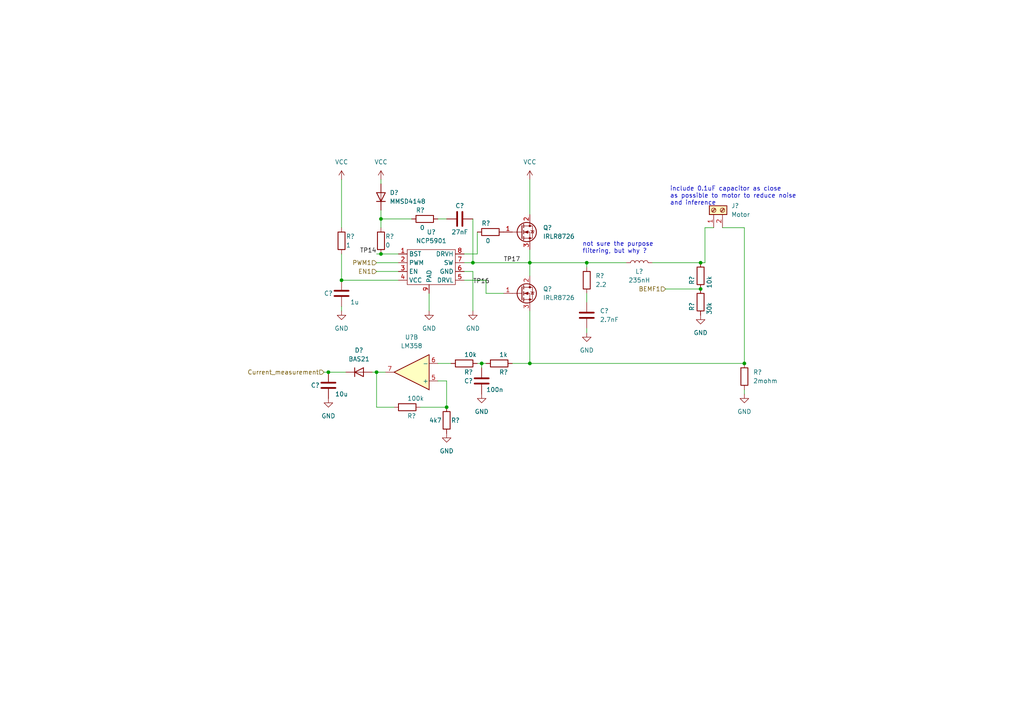
<source format=kicad_sch>
(kicad_sch (version 20211123) (generator eeschema)

  (uuid c784f77e-b1e4-4472-954a-f79e8dde56f4)

  (paper "A4")

  (lib_symbols
    (symbol "Amplifier_Operational:LM358" (pin_names (offset 0.127)) (in_bom yes) (on_board yes)
      (property "Reference" "U" (id 0) (at 0 5.08 0)
        (effects (font (size 1.27 1.27)) (justify left))
      )
      (property "Value" "LM358" (id 1) (at 0 -5.08 0)
        (effects (font (size 1.27 1.27)) (justify left))
      )
      (property "Footprint" "" (id 2) (at 0 0 0)
        (effects (font (size 1.27 1.27)) hide)
      )
      (property "Datasheet" "http://www.ti.com/lit/ds/symlink/lm2904-n.pdf" (id 3) (at 0 0 0)
        (effects (font (size 1.27 1.27)) hide)
      )
      (property "ki_locked" "" (id 4) (at 0 0 0)
        (effects (font (size 1.27 1.27)))
      )
      (property "ki_keywords" "dual opamp" (id 5) (at 0 0 0)
        (effects (font (size 1.27 1.27)) hide)
      )
      (property "ki_description" "Low-Power, Dual Operational Amplifiers, DIP-8/SOIC-8/TO-99-8" (id 6) (at 0 0 0)
        (effects (font (size 1.27 1.27)) hide)
      )
      (property "ki_fp_filters" "SOIC*3.9x4.9mm*P1.27mm* DIP*W7.62mm* TO*99* OnSemi*Micro8* TSSOP*3x3mm*P0.65mm* TSSOP*4.4x3mm*P0.65mm* MSOP*3x3mm*P0.65mm* SSOP*3.9x4.9mm*P0.635mm* LFCSP*2x2mm*P0.5mm* *SIP* SOIC*5.3x6.2mm*P1.27mm*" (id 7) (at 0 0 0)
        (effects (font (size 1.27 1.27)) hide)
      )
      (symbol "LM358_1_1"
        (polyline
          (pts
            (xy -5.08 5.08)
            (xy 5.08 0)
            (xy -5.08 -5.08)
            (xy -5.08 5.08)
          )
          (stroke (width 0.254) (type default) (color 0 0 0 0))
          (fill (type background))
        )
        (pin output line (at 7.62 0 180) (length 2.54)
          (name "~" (effects (font (size 1.27 1.27))))
          (number "1" (effects (font (size 1.27 1.27))))
        )
        (pin input line (at -7.62 -2.54 0) (length 2.54)
          (name "-" (effects (font (size 1.27 1.27))))
          (number "2" (effects (font (size 1.27 1.27))))
        )
        (pin input line (at -7.62 2.54 0) (length 2.54)
          (name "+" (effects (font (size 1.27 1.27))))
          (number "3" (effects (font (size 1.27 1.27))))
        )
      )
      (symbol "LM358_2_1"
        (polyline
          (pts
            (xy -5.08 5.08)
            (xy 5.08 0)
            (xy -5.08 -5.08)
            (xy -5.08 5.08)
          )
          (stroke (width 0.254) (type default) (color 0 0 0 0))
          (fill (type background))
        )
        (pin input line (at -7.62 2.54 0) (length 2.54)
          (name "+" (effects (font (size 1.27 1.27))))
          (number "5" (effects (font (size 1.27 1.27))))
        )
        (pin input line (at -7.62 -2.54 0) (length 2.54)
          (name "-" (effects (font (size 1.27 1.27))))
          (number "6" (effects (font (size 1.27 1.27))))
        )
        (pin output line (at 7.62 0 180) (length 2.54)
          (name "~" (effects (font (size 1.27 1.27))))
          (number "7" (effects (font (size 1.27 1.27))))
        )
      )
      (symbol "LM358_3_1"
        (pin power_in line (at -2.54 -7.62 90) (length 3.81)
          (name "V-" (effects (font (size 1.27 1.27))))
          (number "4" (effects (font (size 1.27 1.27))))
        )
        (pin power_in line (at -2.54 7.62 270) (length 3.81)
          (name "V+" (effects (font (size 1.27 1.27))))
          (number "8" (effects (font (size 1.27 1.27))))
        )
      )
    )
    (symbol "Connector:Screw_Terminal_01x02" (pin_names (offset 1.016) hide) (in_bom yes) (on_board yes)
      (property "Reference" "J" (id 0) (at 0 2.54 0)
        (effects (font (size 1.27 1.27)))
      )
      (property "Value" "Screw_Terminal_01x02" (id 1) (at 0 -5.08 0)
        (effects (font (size 1.27 1.27)))
      )
      (property "Footprint" "" (id 2) (at 0 0 0)
        (effects (font (size 1.27 1.27)) hide)
      )
      (property "Datasheet" "~" (id 3) (at 0 0 0)
        (effects (font (size 1.27 1.27)) hide)
      )
      (property "ki_keywords" "screw terminal" (id 4) (at 0 0 0)
        (effects (font (size 1.27 1.27)) hide)
      )
      (property "ki_description" "Generic screw terminal, single row, 01x02, script generated (kicad-library-utils/schlib/autogen/connector/)" (id 5) (at 0 0 0)
        (effects (font (size 1.27 1.27)) hide)
      )
      (property "ki_fp_filters" "TerminalBlock*:*" (id 6) (at 0 0 0)
        (effects (font (size 1.27 1.27)) hide)
      )
      (symbol "Screw_Terminal_01x02_1_1"
        (rectangle (start -1.27 1.27) (end 1.27 -3.81)
          (stroke (width 0.254) (type default) (color 0 0 0 0))
          (fill (type background))
        )
        (circle (center 0 -2.54) (radius 0.635)
          (stroke (width 0.1524) (type default) (color 0 0 0 0))
          (fill (type none))
        )
        (polyline
          (pts
            (xy -0.5334 -2.2098)
            (xy 0.3302 -3.048)
          )
          (stroke (width 0.1524) (type default) (color 0 0 0 0))
          (fill (type none))
        )
        (polyline
          (pts
            (xy -0.5334 0.3302)
            (xy 0.3302 -0.508)
          )
          (stroke (width 0.1524) (type default) (color 0 0 0 0))
          (fill (type none))
        )
        (polyline
          (pts
            (xy -0.3556 -2.032)
            (xy 0.508 -2.8702)
          )
          (stroke (width 0.1524) (type default) (color 0 0 0 0))
          (fill (type none))
        )
        (polyline
          (pts
            (xy -0.3556 0.508)
            (xy 0.508 -0.3302)
          )
          (stroke (width 0.1524) (type default) (color 0 0 0 0))
          (fill (type none))
        )
        (circle (center 0 0) (radius 0.635)
          (stroke (width 0.1524) (type default) (color 0 0 0 0))
          (fill (type none))
        )
        (pin passive line (at -5.08 0 0) (length 3.81)
          (name "Pin_1" (effects (font (size 1.27 1.27))))
          (number "1" (effects (font (size 1.27 1.27))))
        )
        (pin passive line (at -5.08 -2.54 0) (length 3.81)
          (name "Pin_2" (effects (font (size 1.27 1.27))))
          (number "2" (effects (font (size 1.27 1.27))))
        )
      )
    )
    (symbol "Device:C" (pin_numbers hide) (pin_names (offset 0.254)) (in_bom yes) (on_board yes)
      (property "Reference" "C" (id 0) (at 0.635 2.54 0)
        (effects (font (size 1.27 1.27)) (justify left))
      )
      (property "Value" "C" (id 1) (at 0.635 -2.54 0)
        (effects (font (size 1.27 1.27)) (justify left))
      )
      (property "Footprint" "" (id 2) (at 0.9652 -3.81 0)
        (effects (font (size 1.27 1.27)) hide)
      )
      (property "Datasheet" "~" (id 3) (at 0 0 0)
        (effects (font (size 1.27 1.27)) hide)
      )
      (property "ki_keywords" "cap capacitor" (id 4) (at 0 0 0)
        (effects (font (size 1.27 1.27)) hide)
      )
      (property "ki_description" "Unpolarized capacitor" (id 5) (at 0 0 0)
        (effects (font (size 1.27 1.27)) hide)
      )
      (property "ki_fp_filters" "C_*" (id 6) (at 0 0 0)
        (effects (font (size 1.27 1.27)) hide)
      )
      (symbol "C_0_1"
        (polyline
          (pts
            (xy -2.032 -0.762)
            (xy 2.032 -0.762)
          )
          (stroke (width 0.508) (type default) (color 0 0 0 0))
          (fill (type none))
        )
        (polyline
          (pts
            (xy -2.032 0.762)
            (xy 2.032 0.762)
          )
          (stroke (width 0.508) (type default) (color 0 0 0 0))
          (fill (type none))
        )
      )
      (symbol "C_1_1"
        (pin passive line (at 0 3.81 270) (length 2.794)
          (name "~" (effects (font (size 1.27 1.27))))
          (number "1" (effects (font (size 1.27 1.27))))
        )
        (pin passive line (at 0 -3.81 90) (length 2.794)
          (name "~" (effects (font (size 1.27 1.27))))
          (number "2" (effects (font (size 1.27 1.27))))
        )
      )
    )
    (symbol "Device:L" (pin_numbers hide) (pin_names (offset 1.016) hide) (in_bom yes) (on_board yes)
      (property "Reference" "L" (id 0) (at -1.27 0 90)
        (effects (font (size 1.27 1.27)))
      )
      (property "Value" "L" (id 1) (at 1.905 0 90)
        (effects (font (size 1.27 1.27)))
      )
      (property "Footprint" "" (id 2) (at 0 0 0)
        (effects (font (size 1.27 1.27)) hide)
      )
      (property "Datasheet" "~" (id 3) (at 0 0 0)
        (effects (font (size 1.27 1.27)) hide)
      )
      (property "ki_keywords" "inductor choke coil reactor magnetic" (id 4) (at 0 0 0)
        (effects (font (size 1.27 1.27)) hide)
      )
      (property "ki_description" "Inductor" (id 5) (at 0 0 0)
        (effects (font (size 1.27 1.27)) hide)
      )
      (property "ki_fp_filters" "Choke_* *Coil* Inductor_* L_*" (id 6) (at 0 0 0)
        (effects (font (size 1.27 1.27)) hide)
      )
      (symbol "L_0_1"
        (arc (start 0 -2.54) (mid 0.635 -1.905) (end 0 -1.27)
          (stroke (width 0) (type default) (color 0 0 0 0))
          (fill (type none))
        )
        (arc (start 0 -1.27) (mid 0.635 -0.635) (end 0 0)
          (stroke (width 0) (type default) (color 0 0 0 0))
          (fill (type none))
        )
        (arc (start 0 0) (mid 0.635 0.635) (end 0 1.27)
          (stroke (width 0) (type default) (color 0 0 0 0))
          (fill (type none))
        )
        (arc (start 0 1.27) (mid 0.635 1.905) (end 0 2.54)
          (stroke (width 0) (type default) (color 0 0 0 0))
          (fill (type none))
        )
      )
      (symbol "L_1_1"
        (pin passive line (at 0 3.81 270) (length 1.27)
          (name "1" (effects (font (size 1.27 1.27))))
          (number "1" (effects (font (size 1.27 1.27))))
        )
        (pin passive line (at 0 -3.81 90) (length 1.27)
          (name "2" (effects (font (size 1.27 1.27))))
          (number "2" (effects (font (size 1.27 1.27))))
        )
      )
    )
    (symbol "Device:Q_NMOS_GDS" (pin_names (offset 0) hide) (in_bom yes) (on_board yes)
      (property "Reference" "Q" (id 0) (at 5.08 1.27 0)
        (effects (font (size 1.27 1.27)) (justify left))
      )
      (property "Value" "Q_NMOS_GDS" (id 1) (at 5.08 -1.27 0)
        (effects (font (size 1.27 1.27)) (justify left))
      )
      (property "Footprint" "" (id 2) (at 5.08 2.54 0)
        (effects (font (size 1.27 1.27)) hide)
      )
      (property "Datasheet" "~" (id 3) (at 0 0 0)
        (effects (font (size 1.27 1.27)) hide)
      )
      (property "ki_keywords" "transistor NMOS N-MOS N-MOSFET" (id 4) (at 0 0 0)
        (effects (font (size 1.27 1.27)) hide)
      )
      (property "ki_description" "N-MOSFET transistor, gate/drain/source" (id 5) (at 0 0 0)
        (effects (font (size 1.27 1.27)) hide)
      )
      (symbol "Q_NMOS_GDS_0_1"
        (polyline
          (pts
            (xy 0.254 0)
            (xy -2.54 0)
          )
          (stroke (width 0) (type default) (color 0 0 0 0))
          (fill (type none))
        )
        (polyline
          (pts
            (xy 0.254 1.905)
            (xy 0.254 -1.905)
          )
          (stroke (width 0.254) (type default) (color 0 0 0 0))
          (fill (type none))
        )
        (polyline
          (pts
            (xy 0.762 -1.27)
            (xy 0.762 -2.286)
          )
          (stroke (width 0.254) (type default) (color 0 0 0 0))
          (fill (type none))
        )
        (polyline
          (pts
            (xy 0.762 0.508)
            (xy 0.762 -0.508)
          )
          (stroke (width 0.254) (type default) (color 0 0 0 0))
          (fill (type none))
        )
        (polyline
          (pts
            (xy 0.762 2.286)
            (xy 0.762 1.27)
          )
          (stroke (width 0.254) (type default) (color 0 0 0 0))
          (fill (type none))
        )
        (polyline
          (pts
            (xy 2.54 2.54)
            (xy 2.54 1.778)
          )
          (stroke (width 0) (type default) (color 0 0 0 0))
          (fill (type none))
        )
        (polyline
          (pts
            (xy 2.54 -2.54)
            (xy 2.54 0)
            (xy 0.762 0)
          )
          (stroke (width 0) (type default) (color 0 0 0 0))
          (fill (type none))
        )
        (polyline
          (pts
            (xy 0.762 -1.778)
            (xy 3.302 -1.778)
            (xy 3.302 1.778)
            (xy 0.762 1.778)
          )
          (stroke (width 0) (type default) (color 0 0 0 0))
          (fill (type none))
        )
        (polyline
          (pts
            (xy 1.016 0)
            (xy 2.032 0.381)
            (xy 2.032 -0.381)
            (xy 1.016 0)
          )
          (stroke (width 0) (type default) (color 0 0 0 0))
          (fill (type outline))
        )
        (polyline
          (pts
            (xy 2.794 0.508)
            (xy 2.921 0.381)
            (xy 3.683 0.381)
            (xy 3.81 0.254)
          )
          (stroke (width 0) (type default) (color 0 0 0 0))
          (fill (type none))
        )
        (polyline
          (pts
            (xy 3.302 0.381)
            (xy 2.921 -0.254)
            (xy 3.683 -0.254)
            (xy 3.302 0.381)
          )
          (stroke (width 0) (type default) (color 0 0 0 0))
          (fill (type none))
        )
        (circle (center 1.651 0) (radius 2.794)
          (stroke (width 0.254) (type default) (color 0 0 0 0))
          (fill (type none))
        )
        (circle (center 2.54 -1.778) (radius 0.254)
          (stroke (width 0) (type default) (color 0 0 0 0))
          (fill (type outline))
        )
        (circle (center 2.54 1.778) (radius 0.254)
          (stroke (width 0) (type default) (color 0 0 0 0))
          (fill (type outline))
        )
      )
      (symbol "Q_NMOS_GDS_1_1"
        (pin input line (at -5.08 0 0) (length 2.54)
          (name "G" (effects (font (size 1.27 1.27))))
          (number "1" (effects (font (size 1.27 1.27))))
        )
        (pin passive line (at 2.54 5.08 270) (length 2.54)
          (name "D" (effects (font (size 1.27 1.27))))
          (number "2" (effects (font (size 1.27 1.27))))
        )
        (pin passive line (at 2.54 -5.08 90) (length 2.54)
          (name "S" (effects (font (size 1.27 1.27))))
          (number "3" (effects (font (size 1.27 1.27))))
        )
      )
    )
    (symbol "Device:R" (pin_numbers hide) (pin_names (offset 0)) (in_bom yes) (on_board yes)
      (property "Reference" "R" (id 0) (at 2.032 0 90)
        (effects (font (size 1.27 1.27)))
      )
      (property "Value" "R" (id 1) (at 0 0 90)
        (effects (font (size 1.27 1.27)))
      )
      (property "Footprint" "" (id 2) (at -1.778 0 90)
        (effects (font (size 1.27 1.27)) hide)
      )
      (property "Datasheet" "~" (id 3) (at 0 0 0)
        (effects (font (size 1.27 1.27)) hide)
      )
      (property "ki_keywords" "R res resistor" (id 4) (at 0 0 0)
        (effects (font (size 1.27 1.27)) hide)
      )
      (property "ki_description" "Resistor" (id 5) (at 0 0 0)
        (effects (font (size 1.27 1.27)) hide)
      )
      (property "ki_fp_filters" "R_*" (id 6) (at 0 0 0)
        (effects (font (size 1.27 1.27)) hide)
      )
      (symbol "R_0_1"
        (rectangle (start -1.016 -2.54) (end 1.016 2.54)
          (stroke (width 0.254) (type default) (color 0 0 0 0))
          (fill (type none))
        )
      )
      (symbol "R_1_1"
        (pin passive line (at 0 3.81 270) (length 1.27)
          (name "~" (effects (font (size 1.27 1.27))))
          (number "1" (effects (font (size 1.27 1.27))))
        )
        (pin passive line (at 0 -3.81 90) (length 1.27)
          (name "~" (effects (font (size 1.27 1.27))))
          (number "2" (effects (font (size 1.27 1.27))))
        )
      )
    )
    (symbol "Diode:BAS21" (pin_numbers hide) (pin_names hide) (in_bom yes) (on_board yes)
      (property "Reference" "D" (id 0) (at 0 2.54 0)
        (effects (font (size 1.27 1.27)))
      )
      (property "Value" "BAS21" (id 1) (at 0 -2.54 0)
        (effects (font (size 1.27 1.27)))
      )
      (property "Footprint" "Package_TO_SOT_SMD:SOT-23" (id 2) (at 0 -4.445 0)
        (effects (font (size 1.27 1.27)) hide)
      )
      (property "Datasheet" "https://www.diodes.com/assets/Datasheets/Ds12004.pdf" (id 3) (at 0 0 0)
        (effects (font (size 1.27 1.27)) hide)
      )
      (property "ki_keywords" "diode" (id 4) (at 0 0 0)
        (effects (font (size 1.27 1.27)) hide)
      )
      (property "ki_description" "250V, 0.4A, High-speed Switching Diode, SOT-23" (id 5) (at 0 0 0)
        (effects (font (size 1.27 1.27)) hide)
      )
      (property "ki_fp_filters" "SOT?23*" (id 6) (at 0 0 0)
        (effects (font (size 1.27 1.27)) hide)
      )
      (symbol "BAS21_0_1"
        (polyline
          (pts
            (xy -1.27 1.27)
            (xy -1.27 -1.27)
          )
          (stroke (width 0.254) (type default) (color 0 0 0 0))
          (fill (type none))
        )
        (polyline
          (pts
            (xy 1.27 0)
            (xy -1.27 0)
          )
          (stroke (width 0) (type default) (color 0 0 0 0))
          (fill (type none))
        )
        (polyline
          (pts
            (xy 1.27 1.27)
            (xy 1.27 -1.27)
            (xy -1.27 0)
            (xy 1.27 1.27)
          )
          (stroke (width 0.254) (type default) (color 0 0 0 0))
          (fill (type none))
        )
      )
      (symbol "BAS21_1_1"
        (pin passive line (at 3.81 0 180) (length 2.54)
          (name "A" (effects (font (size 1.27 1.27))))
          (number "1" (effects (font (size 1.27 1.27))))
        )
        (pin no_connect line (at -1.27 0 0) (length 2.54) hide
          (name "NC" (effects (font (size 1.27 1.27))))
          (number "2" (effects (font (size 1.27 1.27))))
        )
        (pin passive line (at -3.81 0 0) (length 2.54)
          (name "K" (effects (font (size 1.27 1.27))))
          (number "3" (effects (font (size 1.27 1.27))))
        )
      )
    )
    (symbol "Diode:MMSD4148" (pin_numbers hide) (pin_names (offset 1.016) hide) (in_bom yes) (on_board yes)
      (property "Reference" "D" (id 0) (at 0 2.54 0)
        (effects (font (size 1.27 1.27)))
      )
      (property "Value" "MMSD4148" (id 1) (at 0 -2.54 0)
        (effects (font (size 1.27 1.27)))
      )
      (property "Footprint" "Diode_SMD:D_SOD-123" (id 2) (at 0 -4.445 0)
        (effects (font (size 1.27 1.27)) hide)
      )
      (property "Datasheet" "https://www.onsemi.com/pub/Collateral/MMSD4148T1-D.PDF" (id 3) (at 0 0 0)
        (effects (font (size 1.27 1.27)) hide)
      )
      (property "ki_keywords" "diode" (id 4) (at 0 0 0)
        (effects (font (size 1.27 1.27)) hide)
      )
      (property "ki_description" "100V 200mA Switching Diode, SOD-123" (id 5) (at 0 0 0)
        (effects (font (size 1.27 1.27)) hide)
      )
      (property "ki_fp_filters" "D*SOD?123*" (id 6) (at 0 0 0)
        (effects (font (size 1.27 1.27)) hide)
      )
      (symbol "MMSD4148_0_1"
        (polyline
          (pts
            (xy -1.27 1.27)
            (xy -1.27 -1.27)
          )
          (stroke (width 0.254) (type default) (color 0 0 0 0))
          (fill (type none))
        )
        (polyline
          (pts
            (xy 1.27 0)
            (xy -1.27 0)
          )
          (stroke (width 0) (type default) (color 0 0 0 0))
          (fill (type none))
        )
        (polyline
          (pts
            (xy 1.27 1.27)
            (xy 1.27 -1.27)
            (xy -1.27 0)
            (xy 1.27 1.27)
          )
          (stroke (width 0.254) (type default) (color 0 0 0 0))
          (fill (type none))
        )
      )
      (symbol "MMSD4148_1_1"
        (pin passive line (at -3.81 0 0) (length 2.54)
          (name "K" (effects (font (size 1.27 1.27))))
          (number "1" (effects (font (size 1.27 1.27))))
        )
        (pin passive line (at 3.81 0 180) (length 2.54)
          (name "A" (effects (font (size 1.27 1.27))))
          (number "2" (effects (font (size 1.27 1.27))))
        )
      )
    )
    (symbol "NCP5901_1" (in_bom yes) (on_board yes)
      (property "Reference" "U?" (id 0) (at 0 2.54 0)
        (effects (font (size 1.27 1.27)))
      )
      (property "Value" "NCP5901_1" (id 1) (at 1.27 5.08 0)
        (effects (font (size 1.27 1.27)))
      )
      (property "Footprint" "" (id 2) (at -1.27 10.16 0)
        (effects (font (size 1.27 1.27)) hide)
      )
      (property "Datasheet" "" (id 3) (at -1.27 10.16 0)
        (effects (font (size 1.27 1.27)) hide)
      )
      (symbol "NCP5901_1_0_1"
        (rectangle (start -6.35 3.81) (end 7.62 -6.35)
          (stroke (width 0) (type default) (color 0 0 0 0))
          (fill (type none))
        )
      )
      (symbol "NCP5901_1_1_1"
        (pin input line (at -8.89 2.54 0) (length 2.54)
          (name "BST" (effects (font (size 1.27 1.27))))
          (number "1" (effects (font (size 1.27 1.27))))
        )
        (pin input line (at -8.89 0 0) (length 2.54)
          (name "PWM" (effects (font (size 1.27 1.27))))
          (number "2" (effects (font (size 1.27 1.27))))
        )
        (pin input line (at -8.89 -2.54 0) (length 2.54)
          (name "EN" (effects (font (size 1.27 1.27))))
          (number "3" (effects (font (size 1.27 1.27))))
        )
        (pin input line (at -8.89 -5.08 0) (length 2.54)
          (name "VCC" (effects (font (size 1.27 1.27))))
          (number "4" (effects (font (size 1.27 1.27))))
        )
        (pin input line (at 10.16 -5.08 180) (length 2.54)
          (name "DRVL" (effects (font (size 1.27 1.27))))
          (number "5" (effects (font (size 1.27 1.27))))
        )
        (pin input line (at 10.16 -2.54 180) (length 2.54)
          (name "GND" (effects (font (size 1.27 1.27))))
          (number "6" (effects (font (size 1.27 1.27))))
        )
        (pin input line (at 10.16 0 180) (length 2.54)
          (name "SW" (effects (font (size 1.27 1.27))))
          (number "7" (effects (font (size 1.27 1.27))))
        )
        (pin input line (at 10.16 2.54 180) (length 2.54)
          (name "DRVH" (effects (font (size 1.27 1.27))))
          (number "8" (effects (font (size 1.27 1.27))))
        )
        (pin input line (at 0 -8.89 90) (length 2.54)
          (name "PAD" (effects (font (size 1.27 1.27))))
          (number "9" (effects (font (size 1.27 1.27))))
        )
      )
    )
    (symbol "power:GND" (power) (pin_names (offset 0)) (in_bom yes) (on_board yes)
      (property "Reference" "#PWR" (id 0) (at 0 -6.35 0)
        (effects (font (size 1.27 1.27)) hide)
      )
      (property "Value" "GND" (id 1) (at 0 -3.81 0)
        (effects (font (size 1.27 1.27)))
      )
      (property "Footprint" "" (id 2) (at 0 0 0)
        (effects (font (size 1.27 1.27)) hide)
      )
      (property "Datasheet" "" (id 3) (at 0 0 0)
        (effects (font (size 1.27 1.27)) hide)
      )
      (property "ki_keywords" "power-flag" (id 4) (at 0 0 0)
        (effects (font (size 1.27 1.27)) hide)
      )
      (property "ki_description" "Power symbol creates a global label with name \"GND\" , ground" (id 5) (at 0 0 0)
        (effects (font (size 1.27 1.27)) hide)
      )
      (symbol "GND_0_1"
        (polyline
          (pts
            (xy 0 0)
            (xy 0 -1.27)
            (xy 1.27 -1.27)
            (xy 0 -2.54)
            (xy -1.27 -1.27)
            (xy 0 -1.27)
          )
          (stroke (width 0) (type default) (color 0 0 0 0))
          (fill (type none))
        )
      )
      (symbol "GND_1_1"
        (pin power_in line (at 0 0 270) (length 0) hide
          (name "GND" (effects (font (size 1.27 1.27))))
          (number "1" (effects (font (size 1.27 1.27))))
        )
      )
    )
    (symbol "power:VCC" (power) (pin_names (offset 0)) (in_bom yes) (on_board yes)
      (property "Reference" "#PWR" (id 0) (at 0 -3.81 0)
        (effects (font (size 1.27 1.27)) hide)
      )
      (property "Value" "VCC" (id 1) (at 0 3.81 0)
        (effects (font (size 1.27 1.27)))
      )
      (property "Footprint" "" (id 2) (at 0 0 0)
        (effects (font (size 1.27 1.27)) hide)
      )
      (property "Datasheet" "" (id 3) (at 0 0 0)
        (effects (font (size 1.27 1.27)) hide)
      )
      (property "ki_keywords" "power-flag" (id 4) (at 0 0 0)
        (effects (font (size 1.27 1.27)) hide)
      )
      (property "ki_description" "Power symbol creates a global label with name \"VCC\"" (id 5) (at 0 0 0)
        (effects (font (size 1.27 1.27)) hide)
      )
      (symbol "VCC_0_1"
        (polyline
          (pts
            (xy -0.762 1.27)
            (xy 0 2.54)
          )
          (stroke (width 0) (type default) (color 0 0 0 0))
          (fill (type none))
        )
        (polyline
          (pts
            (xy 0 0)
            (xy 0 2.54)
          )
          (stroke (width 0) (type default) (color 0 0 0 0))
          (fill (type none))
        )
        (polyline
          (pts
            (xy 0 2.54)
            (xy 0.762 1.27)
          )
          (stroke (width 0) (type default) (color 0 0 0 0))
          (fill (type none))
        )
      )
      (symbol "VCC_1_1"
        (pin power_in line (at 0 0 90) (length 0) hide
          (name "VCC" (effects (font (size 1.27 1.27))))
          (number "1" (effects (font (size 1.27 1.27))))
        )
      )
    )
  )

  (junction (at 203.2 76.2) (diameter 0) (color 0 0 0 0)
    (uuid 0fa0d0a4-86b1-416e-b3fc-2fc6cb787c3e)
  )
  (junction (at 129.54 118.11) (diameter 0) (color 0 0 0 0)
    (uuid 25617268-f313-4721-a3c1-a5b69b6b671e)
  )
  (junction (at 95.25 107.95) (diameter 0) (color 0 0 0 0)
    (uuid 4577fbb7-2fe5-485b-bfe3-0467b24ac0b4)
  )
  (junction (at 203.2 83.82) (diameter 0) (color 0 0 0 0)
    (uuid 4725d82f-99a6-4134-825b-e9b4503df85d)
  )
  (junction (at 110.49 63.5) (diameter 0) (color 0 0 0 0)
    (uuid 580ae20d-e10f-412d-99f6-bda609bf48db)
  )
  (junction (at 153.67 105.41) (diameter 0) (color 0 0 0 0)
    (uuid 5dd6ae75-3a51-44f1-9c29-f63e77f89efc)
  )
  (junction (at 99.06 81.28) (diameter 0) (color 0 0 0 0)
    (uuid 6f156953-f5d1-48b9-9ad3-086e45df9bdd)
  )
  (junction (at 153.67 76.2) (diameter 0) (color 0 0 0 0)
    (uuid 6f9068f5-e065-4cc3-9235-26d6909614ec)
  )
  (junction (at 215.9 105.41) (diameter 0) (color 0 0 0 0)
    (uuid 8d0d243d-0ae0-4934-b566-111563595cdc)
  )
  (junction (at 170.18 76.2) (diameter 0) (color 0 0 0 0)
    (uuid b4a907f6-521a-4c92-b4b8-0221b039a0ae)
  )
  (junction (at 110.49 73.66) (diameter 0) (color 0 0 0 0)
    (uuid bd706183-4273-459c-9c3a-6f2f2d6e247f)
  )
  (junction (at 137.16 76.2) (diameter 0) (color 0 0 0 0)
    (uuid d4df013e-950e-4e5b-b7a1-886dfb4b9586)
  )
  (junction (at 109.22 107.95) (diameter 0) (color 0 0 0 0)
    (uuid e63f4856-db36-46c6-9c02-2a6c34cdff98)
  )
  (junction (at 139.7 105.41) (diameter 0) (color 0 0 0 0)
    (uuid e694be70-e5e2-4a7e-8470-17138985e06b)
  )

  (wire (pts (xy 204.47 66.04) (xy 207.01 66.04))
    (stroke (width 0) (type default) (color 0 0 0 0))
    (uuid 00d3b09d-28e4-4bf8-bc27-1dc44e22e92b)
  )
  (wire (pts (xy 170.18 76.2) (xy 170.18 77.47))
    (stroke (width 0) (type default) (color 0 0 0 0))
    (uuid 0494c5f4-9840-46c0-85bc-e813b73e8a26)
  )
  (wire (pts (xy 109.22 118.11) (xy 109.22 107.95))
    (stroke (width 0) (type default) (color 0 0 0 0))
    (uuid 085e602d-6c77-4031-8475-debdc753b28f)
  )
  (wire (pts (xy 109.22 73.66) (xy 110.49 73.66))
    (stroke (width 0) (type default) (color 0 0 0 0))
    (uuid 0bfee11c-3985-490b-bd95-c7afbbde8f13)
  )
  (wire (pts (xy 170.18 95.25) (xy 170.18 96.52))
    (stroke (width 0) (type default) (color 0 0 0 0))
    (uuid 0decf294-4459-4266-ba34-3d3f08791aa0)
  )
  (wire (pts (xy 140.97 105.41) (xy 139.7 105.41))
    (stroke (width 0) (type default) (color 0 0 0 0))
    (uuid 108697a7-357d-430c-ad06-44b5758666c0)
  )
  (wire (pts (xy 127 110.49) (xy 129.54 110.49))
    (stroke (width 0) (type default) (color 0 0 0 0))
    (uuid 22c71171-8c8a-44b4-9b00-dd05ac5748be)
  )
  (wire (pts (xy 193.04 83.82) (xy 203.2 83.82))
    (stroke (width 0) (type default) (color 0 0 0 0))
    (uuid 263c1329-da83-44b4-93b7-41446584edee)
  )
  (wire (pts (xy 153.67 52.07) (xy 153.67 62.23))
    (stroke (width 0) (type default) (color 0 0 0 0))
    (uuid 2d78ed97-8918-42be-a0d1-1c867f8219bc)
  )
  (wire (pts (xy 134.62 76.2) (xy 137.16 76.2))
    (stroke (width 0) (type default) (color 0 0 0 0))
    (uuid 31d826ad-bfd9-422b-ae7e-c64dcc633eae)
  )
  (wire (pts (xy 140.97 85.09) (xy 146.05 85.09))
    (stroke (width 0) (type default) (color 0 0 0 0))
    (uuid 32c162aa-5377-4661-ae1f-a30e5691e542)
  )
  (wire (pts (xy 153.67 72.39) (xy 153.67 76.2))
    (stroke (width 0) (type default) (color 0 0 0 0))
    (uuid 32c65e0a-7614-4de3-b491-e8dbddee8732)
  )
  (wire (pts (xy 121.92 118.11) (xy 129.54 118.11))
    (stroke (width 0) (type default) (color 0 0 0 0))
    (uuid 35e83459-529e-4b08-a6b7-d5bd935365a1)
  )
  (wire (pts (xy 134.62 78.74) (xy 137.16 78.74))
    (stroke (width 0) (type default) (color 0 0 0 0))
    (uuid 37973841-ec57-42e6-979a-d285bdcfd28e)
  )
  (wire (pts (xy 153.67 76.2) (xy 153.67 80.01))
    (stroke (width 0) (type default) (color 0 0 0 0))
    (uuid 414d551e-021c-4aec-a956-75844b8c32af)
  )
  (wire (pts (xy 139.7 105.41) (xy 139.7 106.68))
    (stroke (width 0) (type default) (color 0 0 0 0))
    (uuid 43c6c107-65c2-4fec-88ca-7e9c481cd3d7)
  )
  (wire (pts (xy 209.55 66.04) (xy 215.9 66.04))
    (stroke (width 0) (type default) (color 0 0 0 0))
    (uuid 448207b6-2990-4e70-ba57-76c1e54a00b6)
  )
  (wire (pts (xy 110.49 60.96) (xy 110.49 63.5))
    (stroke (width 0) (type default) (color 0 0 0 0))
    (uuid 46210d0b-60da-4ea1-b621-e122b27ff592)
  )
  (wire (pts (xy 99.06 52.07) (xy 99.06 66.04))
    (stroke (width 0) (type default) (color 0 0 0 0))
    (uuid 46409962-2312-4b25-a704-e34cbd7a040a)
  )
  (wire (pts (xy 107.95 107.95) (xy 109.22 107.95))
    (stroke (width 0) (type default) (color 0 0 0 0))
    (uuid 4bff4d15-1446-4517-839c-9433d6f48458)
  )
  (wire (pts (xy 140.97 81.28) (xy 140.97 85.09))
    (stroke (width 0) (type default) (color 0 0 0 0))
    (uuid 4ed7a26c-65dd-4669-bcba-4621017c08b3)
  )
  (wire (pts (xy 119.38 63.5) (xy 110.49 63.5))
    (stroke (width 0) (type default) (color 0 0 0 0))
    (uuid 4f1bf3de-b198-498a-9cc8-111faca2125f)
  )
  (wire (pts (xy 203.2 76.2) (xy 204.47 76.2))
    (stroke (width 0) (type default) (color 0 0 0 0))
    (uuid 4f6356e9-2dae-4d7a-a58e-8a291724ec27)
  )
  (wire (pts (xy 95.25 107.95) (xy 100.33 107.95))
    (stroke (width 0) (type default) (color 0 0 0 0))
    (uuid 52e04e7e-019c-45a8-baa9-d57035b3da04)
  )
  (wire (pts (xy 115.57 78.74) (xy 109.22 78.74))
    (stroke (width 0) (type default) (color 0 0 0 0))
    (uuid 567de914-2e9c-4cf8-a8d1-82108c700dc3)
  )
  (wire (pts (xy 137.16 76.2) (xy 153.67 76.2))
    (stroke (width 0) (type default) (color 0 0 0 0))
    (uuid 5c25de37-c009-4e6c-8bcb-22751d4f13fe)
  )
  (wire (pts (xy 137.16 76.2) (xy 137.16 63.5))
    (stroke (width 0) (type default) (color 0 0 0 0))
    (uuid 5d5c95c3-0406-404c-84e9-250f6386e230)
  )
  (wire (pts (xy 134.62 81.28) (xy 140.97 81.28))
    (stroke (width 0) (type default) (color 0 0 0 0))
    (uuid 674ddb55-01b0-48e1-b3c2-b831cc7e554c)
  )
  (wire (pts (xy 215.9 66.04) (xy 215.9 105.41))
    (stroke (width 0) (type default) (color 0 0 0 0))
    (uuid 6d57bb8c-b133-4edc-b84f-253b51d7837f)
  )
  (wire (pts (xy 204.47 66.04) (xy 204.47 76.2))
    (stroke (width 0) (type default) (color 0 0 0 0))
    (uuid 8053bbb5-7766-4d9f-952e-4613df8cd5df)
  )
  (wire (pts (xy 189.23 76.2) (xy 203.2 76.2))
    (stroke (width 0) (type default) (color 0 0 0 0))
    (uuid 86bfa9c0-bf7f-4f04-9cb9-60f8f2bc8b7f)
  )
  (wire (pts (xy 153.67 105.41) (xy 215.9 105.41))
    (stroke (width 0) (type default) (color 0 0 0 0))
    (uuid 8a07e433-dc1d-40dc-8ad4-82a7a0d42a18)
  )
  (wire (pts (xy 124.46 90.17) (xy 124.46 85.09))
    (stroke (width 0) (type default) (color 0 0 0 0))
    (uuid 9175e007-18e9-4566-9865-0dc976d8f667)
  )
  (wire (pts (xy 110.49 73.66) (xy 115.57 73.66))
    (stroke (width 0) (type default) (color 0 0 0 0))
    (uuid 92640255-9d69-448b-99d6-49e868dccccb)
  )
  (wire (pts (xy 99.06 88.9) (xy 99.06 90.17))
    (stroke (width 0) (type default) (color 0 0 0 0))
    (uuid 96fececb-b4bb-4eb9-ae26-badecf8e22b4)
  )
  (wire (pts (xy 127 63.5) (xy 129.54 63.5))
    (stroke (width 0) (type default) (color 0 0 0 0))
    (uuid 9c6d358b-be13-4bc5-b673-aeb18d3b2b79)
  )
  (wire (pts (xy 109.22 118.11) (xy 114.3 118.11))
    (stroke (width 0) (type default) (color 0 0 0 0))
    (uuid 9d22a20f-5442-410d-b498-66ce185a08f7)
  )
  (wire (pts (xy 170.18 85.09) (xy 170.18 87.63))
    (stroke (width 0) (type default) (color 0 0 0 0))
    (uuid a72a27dd-8077-4712-8ff4-29994bd89819)
  )
  (wire (pts (xy 137.16 78.74) (xy 137.16 90.17))
    (stroke (width 0) (type default) (color 0 0 0 0))
    (uuid b1a62668-a3d0-41fa-912f-b7091b38b44b)
  )
  (wire (pts (xy 153.67 76.2) (xy 170.18 76.2))
    (stroke (width 0) (type default) (color 0 0 0 0))
    (uuid b2253008-8e1c-4c73-af40-538d333d413d)
  )
  (wire (pts (xy 110.49 52.07) (xy 110.49 53.34))
    (stroke (width 0) (type default) (color 0 0 0 0))
    (uuid b4397867-face-4181-a339-138eb2ccaa6b)
  )
  (wire (pts (xy 129.54 110.49) (xy 129.54 118.11))
    (stroke (width 0) (type default) (color 0 0 0 0))
    (uuid b5b03915-c52b-4c1e-a652-5ccf4203f797)
  )
  (wire (pts (xy 115.57 76.2) (xy 109.22 76.2))
    (stroke (width 0) (type default) (color 0 0 0 0))
    (uuid be911442-86e7-4e17-88fa-3b333b4b5bb2)
  )
  (wire (pts (xy 181.61 76.2) (xy 170.18 76.2))
    (stroke (width 0) (type default) (color 0 0 0 0))
    (uuid ca484c77-35a3-47b6-a9ca-e62daae3126b)
  )
  (wire (pts (xy 138.43 73.66) (xy 138.43 67.31))
    (stroke (width 0) (type default) (color 0 0 0 0))
    (uuid d138a28d-7af2-421a-be49-d9670fa866be)
  )
  (wire (pts (xy 99.06 73.66) (xy 99.06 81.28))
    (stroke (width 0) (type default) (color 0 0 0 0))
    (uuid da26a73d-4b26-4939-a8cb-24cd36236e62)
  )
  (wire (pts (xy 110.49 63.5) (xy 110.49 66.04))
    (stroke (width 0) (type default) (color 0 0 0 0))
    (uuid de2fc4ce-dbe3-4b37-a2f3-f2108a23adbd)
  )
  (wire (pts (xy 153.67 90.17) (xy 153.67 105.41))
    (stroke (width 0) (type default) (color 0 0 0 0))
    (uuid df1579be-2b88-42ed-b6a2-d383fbc8db4c)
  )
  (wire (pts (xy 109.22 107.95) (xy 111.76 107.95))
    (stroke (width 0) (type default) (color 0 0 0 0))
    (uuid e9422b5d-30cd-49b6-9bc9-abc8d75ddd9e)
  )
  (wire (pts (xy 93.98 107.95) (xy 95.25 107.95))
    (stroke (width 0) (type default) (color 0 0 0 0))
    (uuid edb901e2-4c1c-4a45-8761-1f58ec871b85)
  )
  (wire (pts (xy 127 105.41) (xy 130.81 105.41))
    (stroke (width 0) (type default) (color 0 0 0 0))
    (uuid f1820c3a-2851-44e1-852e-f2c008d46bfa)
  )
  (wire (pts (xy 215.9 113.03) (xy 215.9 114.3))
    (stroke (width 0) (type default) (color 0 0 0 0))
    (uuid f3a9d0a9-314e-412c-83bf-24df04d93b87)
  )
  (wire (pts (xy 138.43 105.41) (xy 139.7 105.41))
    (stroke (width 0) (type default) (color 0 0 0 0))
    (uuid f4828f0f-ddcc-419f-b4d2-c03946ba08d0)
  )
  (wire (pts (xy 148.59 105.41) (xy 153.67 105.41))
    (stroke (width 0) (type default) (color 0 0 0 0))
    (uuid f587f4d3-f14e-4b03-b546-87b588ca2937)
  )
  (wire (pts (xy 99.06 81.28) (xy 115.57 81.28))
    (stroke (width 0) (type default) (color 0 0 0 0))
    (uuid f7c21fbf-1f4b-4fbd-82a4-21672c81635f)
  )
  (wire (pts (xy 134.62 73.66) (xy 138.43 73.66))
    (stroke (width 0) (type default) (color 0 0 0 0))
    (uuid f82d1f8c-8255-4108-a702-711e2cf9bedc)
  )

  (text "include 0.1uF capacitor as close \nas possible to motor to reduce noise\nand inference"
    (at 194.31 59.69 0)
    (effects (font (size 1.27 1.27)) (justify left bottom))
    (uuid 7b5bec48-3161-439a-9028-5cf059aad95b)
  )
  (text "not sure the purpose\nflitering, but why ?" (at 168.91 73.66 0)
    (effects (font (size 1.27 1.27)) (justify left bottom))
    (uuid cc9ac70f-3fa4-4734-8029-717b5fb1c6d4)
  )

  (label "TP16" (at 137.16 82.55 0)
    (effects (font (size 1.27 1.27)) (justify left bottom))
    (uuid 44be788c-cfe6-48ad-8b75-f92413e7489f)
  )
  (label "TP17" (at 146.05 76.2 0)
    (effects (font (size 1.27 1.27)) (justify left bottom))
    (uuid 6a5d3955-c3d0-4a31-a9b4-f525905f9325)
  )
  (label "TP14" (at 109.22 73.66 180)
    (effects (font (size 1.27 1.27)) (justify right bottom))
    (uuid 8df4560e-7b54-4141-89c0-c37f8f1b610c)
  )

  (hierarchical_label "BEMF1" (shape input) (at 193.04 83.82 180)
    (effects (font (size 1.27 1.27)) (justify right))
    (uuid 691d758a-63a7-48da-a086-56e8816c56d7)
  )
  (hierarchical_label "Current_measurement" (shape input) (at 93.98 107.95 180)
    (effects (font (size 1.27 1.27)) (justify right))
    (uuid a9eaa228-fa71-49a7-9e29-842daf0f0218)
  )
  (hierarchical_label "PWM1" (shape input) (at 109.22 76.2 180)
    (effects (font (size 1.27 1.27)) (justify right))
    (uuid bc4825ac-460b-4213-9c37-7ea6a67ef86c)
  )
  (hierarchical_label "EN1" (shape input) (at 109.22 78.74 180)
    (effects (font (size 1.27 1.27)) (justify right))
    (uuid de0fd087-d2fc-47de-b03a-bacdf1bfa57a)
  )

  (symbol (lib_id "Device:R") (at 215.9 109.22 0) (unit 1)
    (in_bom yes) (on_board yes) (fields_autoplaced)
    (uuid 05c33adf-0725-4414-9474-fc95565c2fc8)
    (property "Reference" "R?" (id 0) (at 218.44 107.9499 0)
      (effects (font (size 1.27 1.27)) (justify left))
    )
    (property "Value" "2mohm" (id 1) (at 218.44 110.4899 0)
      (effects (font (size 1.27 1.27)) (justify left))
    )
    (property "Footprint" "Resistor_SMD:R_2512_6332Metric_Pad1.40x3.35mm_HandSolder" (id 2) (at 214.122 109.22 90)
      (effects (font (size 1.27 1.27)) hide)
    )
    (property "Datasheet" "~" (id 3) (at 215.9 109.22 0)
      (effects (font (size 1.27 1.27)) hide)
    )
    (pin "1" (uuid 2f247a54-fb9e-4f38-8101-29f2c5bfcebd))
    (pin "2" (uuid f11a3a0e-1b0f-4c29-8b27-6c0990933767))
  )

  (symbol (lib_id "Connector:Screw_Terminal_01x02") (at 207.01 60.96 90) (unit 1)
    (in_bom yes) (on_board yes) (fields_autoplaced)
    (uuid 0b474e05-7076-4b80-b52c-7f231666eda7)
    (property "Reference" "J?" (id 0) (at 212.09 59.6899 90)
      (effects (font (size 1.27 1.27)) (justify right))
    )
    (property "Value" "Motor" (id 1) (at 212.09 62.2299 90)
      (effects (font (size 1.27 1.27)) (justify right))
    )
    (property "Footprint" "TerminalBlock:TerminalBlock_bornier-2_P5.08mm" (id 2) (at 207.01 60.96 0)
      (effects (font (size 1.27 1.27)) hide)
    )
    (property "Datasheet" "~" (id 3) (at 207.01 60.96 0)
      (effects (font (size 1.27 1.27)) hide)
    )
    (pin "1" (uuid 8e924394-73e5-4bc8-a669-be13f97d2a0f))
    (pin "2" (uuid 2434846a-0bdd-4519-8b7f-28daa1f4fdef))
  )

  (symbol (lib_id "power:GND") (at 139.7 114.3 0) (unit 1)
    (in_bom yes) (on_board yes)
    (uuid 0c54f60c-01fe-4ee0-9f1b-047e94f2dfae)
    (property "Reference" "#PWR?" (id 0) (at 139.7 120.65 0)
      (effects (font (size 1.27 1.27)) hide)
    )
    (property "Value" "GND" (id 1) (at 139.7 119.38 0))
    (property "Footprint" "" (id 2) (at 139.7 114.3 0)
      (effects (font (size 1.27 1.27)) hide)
    )
    (property "Datasheet" "" (id 3) (at 139.7 114.3 0)
      (effects (font (size 1.27 1.27)) hide)
    )
    (pin "1" (uuid 0ec2765d-cfc4-4dd4-87d1-a04c43bf25b5))
  )

  (symbol (lib_id "Device:R") (at 129.54 121.92 0) (unit 1)
    (in_bom yes) (on_board yes)
    (uuid 0fc808aa-1cfb-4362-a1f5-8af3d8fd3412)
    (property "Reference" "R?" (id 0) (at 130.81 121.92 0)
      (effects (font (size 1.27 1.27)) (justify left))
    )
    (property "Value" "4k7" (id 1) (at 124.46 121.92 0)
      (effects (font (size 1.27 1.27)) (justify left))
    )
    (property "Footprint" "Resistor_SMD:R_0603_1608Metric" (id 2) (at 127.762 121.92 90)
      (effects (font (size 1.27 1.27)) hide)
    )
    (property "Datasheet" "~" (id 3) (at 129.54 121.92 0)
      (effects (font (size 1.27 1.27)) hide)
    )
    (pin "1" (uuid e00f2d3f-eb0c-41a6-8472-022a03172654))
    (pin "2" (uuid ecc4a492-40a2-4bbb-8b0b-0a71a5e4a200))
  )

  (symbol (lib_id "Device:Q_NMOS_GDS") (at 151.13 67.31 0) (unit 1)
    (in_bom yes) (on_board yes) (fields_autoplaced)
    (uuid 130548bc-075f-475d-a09c-011f368faa58)
    (property "Reference" "Q?" (id 0) (at 157.48 66.0399 0)
      (effects (font (size 1.27 1.27)) (justify left))
    )
    (property "Value" "IRLR8726" (id 1) (at 157.48 68.5799 0)
      (effects (font (size 1.27 1.27)) (justify left))
    )
    (property "Footprint" "Package_TO_SOT_SMD:TO-252-2" (id 2) (at 156.21 64.77 0)
      (effects (font (size 1.27 1.27)) hide)
    )
    (property "Datasheet" "~" (id 3) (at 151.13 67.31 0)
      (effects (font (size 1.27 1.27)) hide)
    )
    (pin "1" (uuid bb758ea9-bb7c-4239-abd2-359eba10dc31))
    (pin "2" (uuid b51ec448-0bf3-410d-8862-2a3bdec98886))
    (pin "3" (uuid dc4dab0f-f7ab-4f15-a3c1-52701b3959f1))
  )

  (symbol (lib_id "Device:R") (at 99.06 69.85 0) (unit 1)
    (in_bom yes) (on_board yes)
    (uuid 19c39e0c-fdf8-4183-9beb-8d061e19c5fd)
    (property "Reference" "R?" (id 0) (at 100.33 68.58 0)
      (effects (font (size 1.27 1.27)) (justify left))
    )
    (property "Value" "1" (id 1) (at 100.33 71.12 0)
      (effects (font (size 1.27 1.27)) (justify left))
    )
    (property "Footprint" "Resistor_SMD:R_0603_1608Metric" (id 2) (at 97.282 69.85 90)
      (effects (font (size 1.27 1.27)) hide)
    )
    (property "Datasheet" "~" (id 3) (at 99.06 69.85 0)
      (effects (font (size 1.27 1.27)) hide)
    )
    (pin "1" (uuid c7f7dc27-d048-40d6-a630-00b37cb29b3a))
    (pin "2" (uuid b35b560d-3045-4ae6-abd1-09030ac8b484))
  )

  (symbol (lib_id "Device:C") (at 133.35 63.5 90) (unit 1)
    (in_bom yes) (on_board yes)
    (uuid 1d0c2009-3544-4e73-8c8b-031378ad89c9)
    (property "Reference" "C?" (id 0) (at 133.35 59.69 90))
    (property "Value" "27nF" (id 1) (at 133.35 67.31 90))
    (property "Footprint" "Capacitor_SMD:C_0603_1608Metric_Pad1.08x0.95mm_HandSolder" (id 2) (at 137.16 62.5348 0)
      (effects (font (size 1.27 1.27)) hide)
    )
    (property "Datasheet" "~" (id 3) (at 133.35 63.5 0)
      (effects (font (size 1.27 1.27)) hide)
    )
    (pin "1" (uuid b88f717f-952c-4736-a479-6ad9a0bac556))
    (pin "2" (uuid a726d0c4-bb16-418e-9eb2-6071427dd404))
  )

  (symbol (lib_name "NCP5901_1") (lib_id "components:NCP5901") (at 124.46 76.2 0) (unit 1)
    (in_bom yes) (on_board yes) (fields_autoplaced)
    (uuid 24eb6318-139b-49b4-b033-1dba8208d1d5)
    (property "Reference" "U?" (id 0) (at 125.095 67.31 0))
    (property "Value" "NCP5901" (id 1) (at 125.095 69.85 0))
    (property "Footprint" "" (id 2) (at 123.19 66.04 0)
      (effects (font (size 1.27 1.27)) hide)
    )
    (property "Datasheet" "" (id 3) (at 123.19 66.04 0)
      (effects (font (size 1.27 1.27)) hide)
    )
    (pin "1" (uuid e1480d78-87f9-4fec-a787-c7a7a16b3230))
    (pin "2" (uuid 74c95b17-47ce-477d-851e-174ed2d86ac7))
    (pin "3" (uuid 8c3dc30c-2bf8-4ac4-9e34-5a25bed02740))
    (pin "4" (uuid 04b93922-ff08-43f4-ae0d-d2d458a39d99))
    (pin "5" (uuid c7666f17-3677-45e8-bddd-6c9745f0e79a))
    (pin "6" (uuid f17de891-90f1-470b-8422-ba9484864516))
    (pin "7" (uuid a5f870dc-05a6-482b-a067-3a8cbf7d532f))
    (pin "8" (uuid 42b1a90a-a049-4b36-b776-2752924efa6b))
    (pin "9" (uuid 59ea6ef0-32a5-4bc3-8bf0-58b8215b432b))
  )

  (symbol (lib_id "Device:C") (at 99.06 85.09 180) (unit 1)
    (in_bom yes) (on_board yes)
    (uuid 307c1a51-8fb3-4b85-9b83-a2ed321e6a7e)
    (property "Reference" "C?" (id 0) (at 95.25 85.09 0))
    (property "Value" "1u" (id 1) (at 102.87 87.63 0))
    (property "Footprint" "Capacitor_SMD:C_0603_1608Metric_Pad1.08x0.95mm_HandSolder" (id 2) (at 98.0948 81.28 0)
      (effects (font (size 1.27 1.27)) hide)
    )
    (property "Datasheet" "~" (id 3) (at 99.06 85.09 0)
      (effects (font (size 1.27 1.27)) hide)
    )
    (pin "1" (uuid 359caec6-a7a6-415a-8ff9-2b48450be11e))
    (pin "2" (uuid 1105e014-82a5-4a78-951e-99df1f8f9b63))
  )

  (symbol (lib_id "Device:Q_NMOS_GDS") (at 151.13 85.09 0) (unit 1)
    (in_bom yes) (on_board yes) (fields_autoplaced)
    (uuid 336e5e9e-9b75-4d2b-8875-b4cc71d7c8b2)
    (property "Reference" "Q?" (id 0) (at 157.48 83.8199 0)
      (effects (font (size 1.27 1.27)) (justify left))
    )
    (property "Value" "IRLR8726" (id 1) (at 157.48 86.3599 0)
      (effects (font (size 1.27 1.27)) (justify left))
    )
    (property "Footprint" "Package_TO_SOT_SMD:TO-252-2" (id 2) (at 156.21 82.55 0)
      (effects (font (size 1.27 1.27)) hide)
    )
    (property "Datasheet" "~" (id 3) (at 151.13 85.09 0)
      (effects (font (size 1.27 1.27)) hide)
    )
    (pin "1" (uuid c7b7fcb5-c6a2-44ab-82e5-753043176467))
    (pin "2" (uuid b4a1c61f-9d4e-4575-a454-a6c7f924cdbe))
    (pin "3" (uuid a3a641c3-d073-4106-aa23-24b34069abc3))
  )

  (symbol (lib_id "power:GND") (at 129.54 125.73 0) (unit 1)
    (in_bom yes) (on_board yes)
    (uuid 3941e6e9-54e1-404b-8834-750430f5ba5a)
    (property "Reference" "#PWR?" (id 0) (at 129.54 132.08 0)
      (effects (font (size 1.27 1.27)) hide)
    )
    (property "Value" "GND" (id 1) (at 129.54 130.81 0))
    (property "Footprint" "" (id 2) (at 129.54 125.73 0)
      (effects (font (size 1.27 1.27)) hide)
    )
    (property "Datasheet" "" (id 3) (at 129.54 125.73 0)
      (effects (font (size 1.27 1.27)) hide)
    )
    (pin "1" (uuid c6a01b36-88c0-452c-8f63-750002e0f98e))
  )

  (symbol (lib_id "Device:R") (at 144.78 105.41 270) (unit 1)
    (in_bom yes) (on_board yes)
    (uuid 3ee7c52f-c6ea-40d3-ad07-9ca566f1f580)
    (property "Reference" "R?" (id 0) (at 144.78 107.95 90)
      (effects (font (size 1.27 1.27)) (justify left))
    )
    (property "Value" "1k" (id 1) (at 144.78 102.87 90)
      (effects (font (size 1.27 1.27)) (justify left))
    )
    (property "Footprint" "Resistor_SMD:R_0603_1608Metric" (id 2) (at 144.78 103.632 90)
      (effects (font (size 1.27 1.27)) hide)
    )
    (property "Datasheet" "~" (id 3) (at 144.78 105.41 0)
      (effects (font (size 1.27 1.27)) hide)
    )
    (pin "1" (uuid 2228e1fd-e63d-4c85-93e5-e93bfcc05627))
    (pin "2" (uuid fda01e86-7223-44f4-86b0-35454bb2a846))
  )

  (symbol (lib_id "power:VCC") (at 110.49 52.07 0) (unit 1)
    (in_bom yes) (on_board yes) (fields_autoplaced)
    (uuid 4b158008-1ce2-4083-96ff-c2dd059f6310)
    (property "Reference" "#PWR?" (id 0) (at 110.49 55.88 0)
      (effects (font (size 1.27 1.27)) hide)
    )
    (property "Value" "VCC" (id 1) (at 110.49 46.99 0))
    (property "Footprint" "" (id 2) (at 110.49 52.07 0)
      (effects (font (size 1.27 1.27)) hide)
    )
    (property "Datasheet" "" (id 3) (at 110.49 52.07 0)
      (effects (font (size 1.27 1.27)) hide)
    )
    (pin "1" (uuid b5e83f6c-8718-44d1-991f-fa9ab2f8649a))
  )

  (symbol (lib_id "Diode:MMSD4148") (at 110.49 57.15 90) (unit 1)
    (in_bom yes) (on_board yes) (fields_autoplaced)
    (uuid 58c18d63-797a-44cb-88d3-272276b78ada)
    (property "Reference" "D?" (id 0) (at 113.03 55.8799 90)
      (effects (font (size 1.27 1.27)) (justify right))
    )
    (property "Value" "MMSD4148" (id 1) (at 113.03 58.4199 90)
      (effects (font (size 1.27 1.27)) (justify right))
    )
    (property "Footprint" "Diode_SMD:D_SOD-123" (id 2) (at 114.935 57.15 0)
      (effects (font (size 1.27 1.27)) hide)
    )
    (property "Datasheet" "https://www.onsemi.com/pub/Collateral/MMSD4148T1-D.PDF" (id 3) (at 110.49 57.15 0)
      (effects (font (size 1.27 1.27)) hide)
    )
    (pin "1" (uuid ed0d5752-557c-417b-9e16-513dae4781a3))
    (pin "2" (uuid 576d15b2-b50b-4eb5-8d37-d3e8e6f6e437))
  )

  (symbol (lib_id "Device:L") (at 185.42 76.2 90) (unit 1)
    (in_bom yes) (on_board yes)
    (uuid 5bd0e8ef-296b-4bfc-81ea-e82d423dfd9f)
    (property "Reference" "L?" (id 0) (at 185.42 78.74 90))
    (property "Value" "235nH" (id 1) (at 185.42 81.28 90))
    (property "Footprint" "" (id 2) (at 185.42 76.2 0)
      (effects (font (size 1.27 1.27)) hide)
    )
    (property "Datasheet" "~" (id 3) (at 185.42 76.2 0)
      (effects (font (size 1.27 1.27)) hide)
    )
    (pin "1" (uuid d17ab839-9bfd-44c2-85c4-968d531603f2))
    (pin "2" (uuid 401c7201-04e0-41cd-a489-c37ae2e08ec3))
  )

  (symbol (lib_id "Amplifier_Operational:LM358") (at 119.38 107.95 180) (unit 2)
    (in_bom yes) (on_board yes) (fields_autoplaced)
    (uuid 6075b5dd-103d-4b38-8239-bda84e1589e1)
    (property "Reference" "U?" (id 0) (at 119.38 97.79 0))
    (property "Value" "LM358" (id 1) (at 119.38 100.33 0))
    (property "Footprint" "Package_SO:PowerIntegrations_SO-8" (id 2) (at 119.38 107.95 0)
      (effects (font (size 1.27 1.27)) hide)
    )
    (property "Datasheet" "http://www.ti.com/lit/ds/symlink/lm2904-n.pdf" (id 3) (at 119.38 107.95 0)
      (effects (font (size 1.27 1.27)) hide)
    )
    (pin "5" (uuid c306090e-f252-4dbf-af78-d6072dcce45f))
    (pin "6" (uuid f7a188b0-09d8-49cf-83bb-95d1e3c339f7))
    (pin "7" (uuid ada9ea56-7fa0-498a-98fd-2ac1c00cf743))
  )

  (symbol (lib_id "Device:R") (at 118.11 118.11 270) (unit 1)
    (in_bom yes) (on_board yes)
    (uuid 6357c4e0-8a33-4bc7-a433-f746fa9d08d0)
    (property "Reference" "R?" (id 0) (at 118.11 120.65 90)
      (effects (font (size 1.27 1.27)) (justify left))
    )
    (property "Value" "100k" (id 1) (at 118.11 115.57 90)
      (effects (font (size 1.27 1.27)) (justify left))
    )
    (property "Footprint" "Resistor_SMD:R_0603_1608Metric" (id 2) (at 118.11 116.332 90)
      (effects (font (size 1.27 1.27)) hide)
    )
    (property "Datasheet" "~" (id 3) (at 118.11 118.11 0)
      (effects (font (size 1.27 1.27)) hide)
    )
    (pin "1" (uuid 2b07eb5e-e333-4c3b-8424-97ff641d09c3))
    (pin "2" (uuid 51576edf-22b2-46d5-8656-a25fb90f7bdf))
  )

  (symbol (lib_id "Device:R") (at 170.18 81.28 0) (unit 1)
    (in_bom yes) (on_board yes) (fields_autoplaced)
    (uuid 65268b3e-5882-4dbd-9fc2-831933c5745c)
    (property "Reference" "R?" (id 0) (at 172.72 80.0099 0)
      (effects (font (size 1.27 1.27)) (justify left))
    )
    (property "Value" "2.2" (id 1) (at 172.72 82.5499 0)
      (effects (font (size 1.27 1.27)) (justify left))
    )
    (property "Footprint" "Resistor_SMD:R_0603_1608Metric" (id 2) (at 168.402 81.28 90)
      (effects (font (size 1.27 1.27)) hide)
    )
    (property "Datasheet" "~" (id 3) (at 170.18 81.28 0)
      (effects (font (size 1.27 1.27)) hide)
    )
    (pin "1" (uuid e29ade7c-8720-40bd-8272-f372dd44e9e5))
    (pin "2" (uuid 9466b78e-cdce-4bd2-bf36-eebae782075b))
  )

  (symbol (lib_id "power:GND") (at 170.18 96.52 0) (unit 1)
    (in_bom yes) (on_board yes)
    (uuid 65564eb0-744f-42b1-9310-6041b1ada78c)
    (property "Reference" "#PWR?" (id 0) (at 170.18 102.87 0)
      (effects (font (size 1.27 1.27)) hide)
    )
    (property "Value" "GND" (id 1) (at 170.18 101.6 0))
    (property "Footprint" "" (id 2) (at 170.18 96.52 0)
      (effects (font (size 1.27 1.27)) hide)
    )
    (property "Datasheet" "" (id 3) (at 170.18 96.52 0)
      (effects (font (size 1.27 1.27)) hide)
    )
    (pin "1" (uuid 2931a681-8235-4656-801e-8f4032216631))
  )

  (symbol (lib_id "power:VCC") (at 99.06 52.07 0) (unit 1)
    (in_bom yes) (on_board yes) (fields_autoplaced)
    (uuid 6d29951d-f594-4a2c-8aac-e18f5213738b)
    (property "Reference" "#PWR?" (id 0) (at 99.06 55.88 0)
      (effects (font (size 1.27 1.27)) hide)
    )
    (property "Value" "VCC" (id 1) (at 99.06 46.99 0))
    (property "Footprint" "" (id 2) (at 99.06 52.07 0)
      (effects (font (size 1.27 1.27)) hide)
    )
    (property "Datasheet" "" (id 3) (at 99.06 52.07 0)
      (effects (font (size 1.27 1.27)) hide)
    )
    (pin "1" (uuid de5bb97e-3265-4167-b3b3-923b51967457))
  )

  (symbol (lib_id "Device:R") (at 134.62 105.41 270) (unit 1)
    (in_bom yes) (on_board yes)
    (uuid 70d62523-ced3-4f78-8feb-76d3757ad5b2)
    (property "Reference" "R?" (id 0) (at 134.62 107.95 90)
      (effects (font (size 1.27 1.27)) (justify left))
    )
    (property "Value" "10k" (id 1) (at 134.62 102.87 90)
      (effects (font (size 1.27 1.27)) (justify left))
    )
    (property "Footprint" "Resistor_SMD:R_0603_1608Metric" (id 2) (at 134.62 103.632 90)
      (effects (font (size 1.27 1.27)) hide)
    )
    (property "Datasheet" "~" (id 3) (at 134.62 105.41 0)
      (effects (font (size 1.27 1.27)) hide)
    )
    (pin "1" (uuid 0b65edec-24f5-46a7-b593-6d09985628e0))
    (pin "2" (uuid b7ca8621-a488-465a-8f56-b93e1839b163))
  )

  (symbol (lib_id "power:GND") (at 203.2 91.44 0) (unit 1)
    (in_bom yes) (on_board yes) (fields_autoplaced)
    (uuid 742ba670-6518-46f3-9aff-dcc7c51d9888)
    (property "Reference" "#PWR?" (id 0) (at 203.2 97.79 0)
      (effects (font (size 1.27 1.27)) hide)
    )
    (property "Value" "GND" (id 1) (at 203.2 96.52 0))
    (property "Footprint" "" (id 2) (at 203.2 91.44 0)
      (effects (font (size 1.27 1.27)) hide)
    )
    (property "Datasheet" "" (id 3) (at 203.2 91.44 0)
      (effects (font (size 1.27 1.27)) hide)
    )
    (pin "1" (uuid 2c093538-79ae-46a3-8c2c-b46958329209))
  )

  (symbol (lib_id "Diode:BAS21") (at 104.14 107.95 0) (unit 1)
    (in_bom yes) (on_board yes) (fields_autoplaced)
    (uuid 7c9adffe-9e55-4493-b1ce-cb80289b512f)
    (property "Reference" "D?" (id 0) (at 104.14 101.6 0))
    (property "Value" "BAS21" (id 1) (at 104.14 104.14 0))
    (property "Footprint" "Package_TO_SOT_SMD:SOT-23" (id 2) (at 104.14 112.395 0)
      (effects (font (size 1.27 1.27)) hide)
    )
    (property "Datasheet" "https://www.diodes.com/assets/Datasheets/Ds12004.pdf" (id 3) (at 104.14 107.95 0)
      (effects (font (size 1.27 1.27)) hide)
    )
    (pin "1" (uuid 7f27335f-0f40-4cf9-b94e-10d4154593de))
    (pin "2" (uuid 67a26552-09d4-4144-9230-76cbd7b40c9c))
    (pin "3" (uuid f6df9b5f-7d93-498e-98e9-f86c3368ae71))
  )

  (symbol (lib_id "Device:R") (at 203.2 80.01 180) (unit 1)
    (in_bom yes) (on_board yes)
    (uuid 7e34531f-49e8-490e-9f4b-cf0002c267b6)
    (property "Reference" "R?" (id 0) (at 200.66 80.01 90)
      (effects (font (size 1.27 1.27)) (justify left))
    )
    (property "Value" "10k" (id 1) (at 205.74 80.01 90)
      (effects (font (size 1.27 1.27)) (justify left))
    )
    (property "Footprint" "Resistor_SMD:R_0603_1608Metric" (id 2) (at 204.978 80.01 90)
      (effects (font (size 1.27 1.27)) hide)
    )
    (property "Datasheet" "~" (id 3) (at 203.2 80.01 0)
      (effects (font (size 1.27 1.27)) hide)
    )
    (pin "1" (uuid 2e44bdc4-681c-4d01-b506-4e74f3fd8bce))
    (pin "2" (uuid b91b38fe-4776-4247-8601-8eec9e55fa04))
  )

  (symbol (lib_id "power:GND") (at 95.25 115.57 0) (unit 1)
    (in_bom yes) (on_board yes)
    (uuid 8329d53f-b1a7-4cb4-addf-987e34003abe)
    (property "Reference" "#PWR?" (id 0) (at 95.25 121.92 0)
      (effects (font (size 1.27 1.27)) hide)
    )
    (property "Value" "GND" (id 1) (at 95.25 120.65 0))
    (property "Footprint" "" (id 2) (at 95.25 115.57 0)
      (effects (font (size 1.27 1.27)) hide)
    )
    (property "Datasheet" "" (id 3) (at 95.25 115.57 0)
      (effects (font (size 1.27 1.27)) hide)
    )
    (pin "1" (uuid 1b21bd83-1654-4a64-9369-e8c6cce4daf2))
  )

  (symbol (lib_id "power:VCC") (at 153.67 52.07 0) (unit 1)
    (in_bom yes) (on_board yes) (fields_autoplaced)
    (uuid 8430421c-1a8a-4deb-944e-96d472a25986)
    (property "Reference" "#PWR?" (id 0) (at 153.67 55.88 0)
      (effects (font (size 1.27 1.27)) hide)
    )
    (property "Value" "VCC" (id 1) (at 153.67 46.99 0))
    (property "Footprint" "" (id 2) (at 153.67 52.07 0)
      (effects (font (size 1.27 1.27)) hide)
    )
    (property "Datasheet" "" (id 3) (at 153.67 52.07 0)
      (effects (font (size 1.27 1.27)) hide)
    )
    (pin "1" (uuid 51a759ca-4368-41bc-b80f-9fa904ad9105))
  )

  (symbol (lib_id "Device:R") (at 123.19 63.5 90) (unit 1)
    (in_bom yes) (on_board yes)
    (uuid 8451cdac-dd3a-4fae-8377-83830447c192)
    (property "Reference" "R?" (id 0) (at 123.19 60.96 90)
      (effects (font (size 1.27 1.27)) (justify left))
    )
    (property "Value" "0" (id 1) (at 123.19 66.04 90)
      (effects (font (size 1.27 1.27)) (justify left))
    )
    (property "Footprint" "Resistor_SMD:R_0603_1608Metric" (id 2) (at 123.19 65.278 90)
      (effects (font (size 1.27 1.27)) hide)
    )
    (property "Datasheet" "~" (id 3) (at 123.19 63.5 0)
      (effects (font (size 1.27 1.27)) hide)
    )
    (pin "1" (uuid 82d125a6-746b-4efa-9012-45e7fe83fa5d))
    (pin "2" (uuid c371da67-dd16-47a6-a44d-6ff44a452cfc))
  )

  (symbol (lib_id "Device:C") (at 139.7 110.49 180) (unit 1)
    (in_bom yes) (on_board yes)
    (uuid 8c3a442d-a2cd-4bc6-a7cd-753a6232cb3a)
    (property "Reference" "C?" (id 0) (at 135.89 110.49 0))
    (property "Value" "100n" (id 1) (at 143.51 113.03 0))
    (property "Footprint" "Capacitor_SMD:C_0603_1608Metric_Pad1.08x0.95mm_HandSolder" (id 2) (at 138.7348 106.68 0)
      (effects (font (size 1.27 1.27)) hide)
    )
    (property "Datasheet" "~" (id 3) (at 139.7 110.49 0)
      (effects (font (size 1.27 1.27)) hide)
    )
    (pin "1" (uuid f119fe9f-aea9-4d40-9e6f-9eec287433f9))
    (pin "2" (uuid 51aff4cc-24e2-460b-b9c5-5911d79b1ffc))
  )

  (symbol (lib_id "power:GND") (at 215.9 114.3 0) (unit 1)
    (in_bom yes) (on_board yes)
    (uuid 98e13ace-82f2-4037-802a-867e95886d01)
    (property "Reference" "#PWR?" (id 0) (at 215.9 120.65 0)
      (effects (font (size 1.27 1.27)) hide)
    )
    (property "Value" "GND" (id 1) (at 215.9 119.38 0))
    (property "Footprint" "" (id 2) (at 215.9 114.3 0)
      (effects (font (size 1.27 1.27)) hide)
    )
    (property "Datasheet" "" (id 3) (at 215.9 114.3 0)
      (effects (font (size 1.27 1.27)) hide)
    )
    (pin "1" (uuid 3620127f-9a53-4a06-a8fd-552f3522caef))
  )

  (symbol (lib_id "power:GND") (at 99.06 90.17 0) (unit 1)
    (in_bom yes) (on_board yes) (fields_autoplaced)
    (uuid b65464d2-0be9-492f-bdd9-aeee4c41486d)
    (property "Reference" "#PWR?" (id 0) (at 99.06 96.52 0)
      (effects (font (size 1.27 1.27)) hide)
    )
    (property "Value" "GND" (id 1) (at 99.06 95.25 0))
    (property "Footprint" "" (id 2) (at 99.06 90.17 0)
      (effects (font (size 1.27 1.27)) hide)
    )
    (property "Datasheet" "" (id 3) (at 99.06 90.17 0)
      (effects (font (size 1.27 1.27)) hide)
    )
    (pin "1" (uuid fce50298-0526-48a8-bde5-1b581332a77e))
  )

  (symbol (lib_id "power:GND") (at 137.16 90.17 0) (unit 1)
    (in_bom yes) (on_board yes)
    (uuid bc7726ff-e1fa-4e35-accc-c92c15904bf1)
    (property "Reference" "#PWR?" (id 0) (at 137.16 96.52 0)
      (effects (font (size 1.27 1.27)) hide)
    )
    (property "Value" "GND" (id 1) (at 137.16 95.25 0))
    (property "Footprint" "" (id 2) (at 137.16 90.17 0)
      (effects (font (size 1.27 1.27)) hide)
    )
    (property "Datasheet" "" (id 3) (at 137.16 90.17 0)
      (effects (font (size 1.27 1.27)) hide)
    )
    (pin "1" (uuid 00345c8e-1bf2-4fa2-ab66-bb244c7ca564))
  )

  (symbol (lib_id "Device:R") (at 110.49 69.85 0) (unit 1)
    (in_bom yes) (on_board yes)
    (uuid cd13d458-4f8f-438a-b1d5-f18a722e37ff)
    (property "Reference" "R?" (id 0) (at 111.76 68.58 0)
      (effects (font (size 1.27 1.27)) (justify left))
    )
    (property "Value" "0" (id 1) (at 111.76 71.12 0)
      (effects (font (size 1.27 1.27)) (justify left))
    )
    (property "Footprint" "Resistor_SMD:R_0603_1608Metric" (id 2) (at 108.712 69.85 90)
      (effects (font (size 1.27 1.27)) hide)
    )
    (property "Datasheet" "~" (id 3) (at 110.49 69.85 0)
      (effects (font (size 1.27 1.27)) hide)
    )
    (pin "1" (uuid d17a1571-e009-4c19-a793-20c955a66d40))
    (pin "2" (uuid 638b3a96-d54a-4e13-9adb-fa90fb542995))
  )

  (symbol (lib_id "Device:R") (at 203.2 87.63 180) (unit 1)
    (in_bom yes) (on_board yes)
    (uuid d48d5758-de85-4566-b3c2-3b4c10fdede0)
    (property "Reference" "R?" (id 0) (at 200.66 87.63 90)
      (effects (font (size 1.27 1.27)) (justify left))
    )
    (property "Value" "30k" (id 1) (at 205.74 87.63 90)
      (effects (font (size 1.27 1.27)) (justify left))
    )
    (property "Footprint" "Resistor_SMD:R_0603_1608Metric" (id 2) (at 204.978 87.63 90)
      (effects (font (size 1.27 1.27)) hide)
    )
    (property "Datasheet" "~" (id 3) (at 203.2 87.63 0)
      (effects (font (size 1.27 1.27)) hide)
    )
    (pin "1" (uuid 03b308b1-c47f-4eed-883f-9cf03f646b7b))
    (pin "2" (uuid 9e8f6564-cf95-4956-8d30-29706cf39481))
  )

  (symbol (lib_id "Device:C") (at 170.18 91.44 0) (unit 1)
    (in_bom yes) (on_board yes) (fields_autoplaced)
    (uuid d65fe0b8-e478-4995-aac9-38339b39c039)
    (property "Reference" "C?" (id 0) (at 173.99 90.1699 0)
      (effects (font (size 1.27 1.27)) (justify left))
    )
    (property "Value" "2.7nF" (id 1) (at 173.99 92.7099 0)
      (effects (font (size 1.27 1.27)) (justify left))
    )
    (property "Footprint" "Capacitor_SMD:C_0603_1608Metric_Pad1.08x0.95mm_HandSolder" (id 2) (at 171.1452 95.25 0)
      (effects (font (size 1.27 1.27)) hide)
    )
    (property "Datasheet" "~" (id 3) (at 170.18 91.44 0)
      (effects (font (size 1.27 1.27)) hide)
    )
    (pin "1" (uuid 9e16f23e-d6b7-4bec-920d-ad9d6409988c))
    (pin "2" (uuid c37ccefc-bb90-4633-810b-61ae2533490e))
  )

  (symbol (lib_id "power:GND") (at 124.46 90.17 0) (unit 1)
    (in_bom yes) (on_board yes) (fields_autoplaced)
    (uuid e3f1ef9a-7a3e-4081-8f2a-4662dbd7a539)
    (property "Reference" "#PWR?" (id 0) (at 124.46 96.52 0)
      (effects (font (size 1.27 1.27)) hide)
    )
    (property "Value" "GND" (id 1) (at 124.46 95.25 0))
    (property "Footprint" "" (id 2) (at 124.46 90.17 0)
      (effects (font (size 1.27 1.27)) hide)
    )
    (property "Datasheet" "" (id 3) (at 124.46 90.17 0)
      (effects (font (size 1.27 1.27)) hide)
    )
    (pin "1" (uuid 8311a87e-73cb-4139-ae0f-a28f26fe3c3b))
  )

  (symbol (lib_id "Device:C") (at 95.25 111.76 180) (unit 1)
    (in_bom yes) (on_board yes)
    (uuid e4a4940b-3b22-4635-bf42-2cb9f3e020dc)
    (property "Reference" "C?" (id 0) (at 91.44 111.76 0))
    (property "Value" "10u" (id 1) (at 99.06 114.3 0))
    (property "Footprint" "Capacitor_SMD:C_0603_1608Metric_Pad1.08x0.95mm_HandSolder" (id 2) (at 94.2848 107.95 0)
      (effects (font (size 1.27 1.27)) hide)
    )
    (property "Datasheet" "~" (id 3) (at 95.25 111.76 0)
      (effects (font (size 1.27 1.27)) hide)
    )
    (pin "1" (uuid a11ccb81-562a-4bcf-b5de-6d36b38ff683))
    (pin "2" (uuid 41ac3ce5-1dd8-4b7f-a21e-e285d899c1f4))
  )

  (symbol (lib_id "Device:R") (at 142.24 67.31 90) (unit 1)
    (in_bom yes) (on_board yes)
    (uuid f46c70dd-2f86-4294-a0b2-5b136aa818ef)
    (property "Reference" "R?" (id 0) (at 142.24 64.77 90)
      (effects (font (size 1.27 1.27)) (justify left))
    )
    (property "Value" "0" (id 1) (at 142.24 69.85 90)
      (effects (font (size 1.27 1.27)) (justify left))
    )
    (property "Footprint" "Resistor_SMD:R_0603_1608Metric" (id 2) (at 142.24 69.088 90)
      (effects (font (size 1.27 1.27)) hide)
    )
    (property "Datasheet" "~" (id 3) (at 142.24 67.31 0)
      (effects (font (size 1.27 1.27)) hide)
    )
    (pin "1" (uuid 8ee7dbf3-e8d2-481a-ba94-4c37faa7e978))
    (pin "2" (uuid 96568286-7ca7-4299-9ab7-dd268fe53a88))
  )
)

</source>
